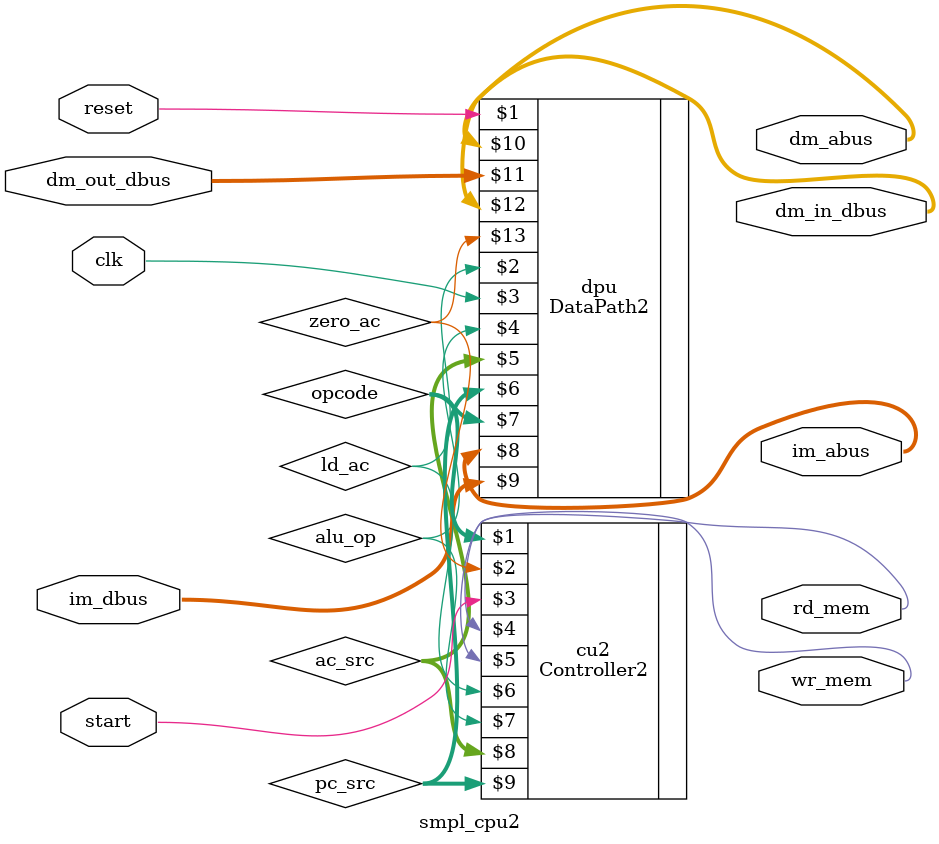
<source format=v>

module smpl_cpu2(input clk, reset, start, output rd_mem, wr_mem, output [12:0] im_abus, input [15:0] im_dbus,
  output [12:0] dm_abus, output [15:0] dm_in_dbus, 
  input [15:0] dm_out_dbus);

  wire [2:0] opcode;
  wire [1:0] ac_src,  pc_src;
  wire ld_ac, zero_ac, alu_op;
  DataPath2 dpu ( reset, ld_ac, clk, alu_op, ac_src, pc_src, opcode, im_abus, im_dbus, dm_abus, dm_out_dbus, dm_in_dbus, zero_ac);
  Controller2 cu2(opcode, zero_ac, start, rd_mem, wr_mem, ld_ac, alu_op, ac_src, pc_src);

endmodule

</source>
